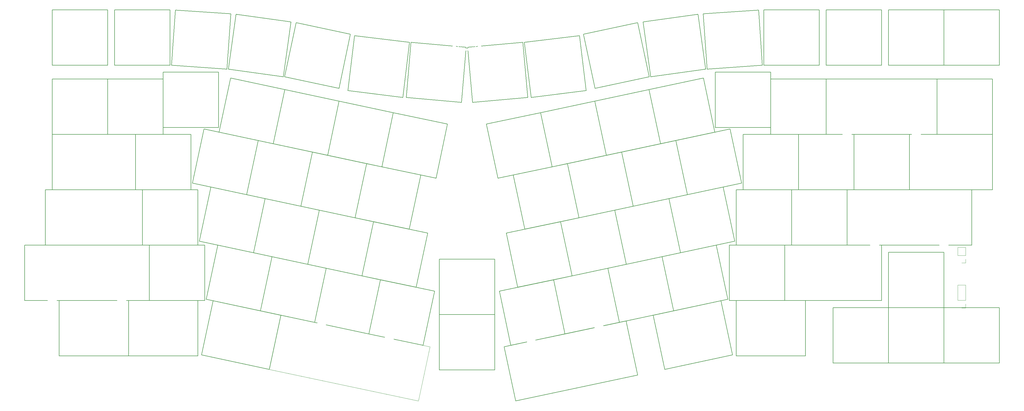
<source format=gbr>
%TF.GenerationSoftware,KiCad,Pcbnew,7.0.10*%
%TF.CreationDate,2024-01-30T23:25:51+01:00*%
%TF.ProjectId,Wonderland,576f6e64-6572-46c6-916e-642e6b696361,rev?*%
%TF.SameCoordinates,Original*%
%TF.FileFunction,Legend,Top*%
%TF.FilePolarity,Positive*%
%FSLAX46Y46*%
G04 Gerber Fmt 4.6, Leading zero omitted, Abs format (unit mm)*
G04 Created by KiCad (PCBNEW 7.0.10) date 2024-01-30 23:25:51*
%MOMM*%
%LPD*%
G01*
G04 APERTURE LIST*
%ADD10C,0.150000*%
%ADD11C,0.100000*%
%ADD12C,0.120000*%
%ADD13C,1.700000*%
%ADD14C,3.000000*%
%ADD15C,4.100000*%
%ADD16C,3.050000*%
%ADD17C,4.000000*%
%ADD18C,3.800000*%
%ADD19C,1.524000*%
%ADD20C,1.900000*%
%ADD21R,1.700000X1.700000*%
%ADD22O,1.700000X1.700000*%
%ADD23C,0.650000*%
%ADD24O,1.108000X2.216000*%
G04 APERTURE END LIST*
D10*
%TO.C,KD1*%
X182957585Y-183757303D02*
X202007585Y-183757303D01*
X182957585Y-202807303D02*
X182957585Y-183757303D01*
X202007585Y-183757303D02*
X202007585Y-202807303D01*
X202007585Y-202807303D02*
X182957585Y-202807303D01*
%TO.C,KB11*%
X379838485Y-143276003D02*
X398888485Y-143276003D01*
X379838485Y-162326003D02*
X379838485Y-143276003D01*
X398888485Y-143276003D02*
X398888485Y-162326003D01*
X398888485Y-162326003D02*
X379838485Y-162326003D01*
%TO.C,KD11*%
X386982285Y-183757303D02*
X406032285Y-183757303D01*
X386982285Y-202807303D02*
X386982285Y-183757303D01*
X406032285Y-183757303D02*
X406032285Y-202807303D01*
X406032285Y-202807303D02*
X386982285Y-202807303D01*
%TO.C,KC12*%
X427463485Y-164707303D02*
X446513485Y-164707303D01*
X427463485Y-183757303D02*
X427463485Y-164707303D01*
X446513485Y-164707303D02*
X446513485Y-183757303D01*
X446513485Y-183757303D02*
X427463485Y-183757303D01*
%TO.C,KC4*%
X241354385Y-170747503D02*
X259988097Y-174708221D01*
X237393667Y-189381215D02*
X241354385Y-170747503D01*
X259988097Y-174708221D02*
X256027379Y-193341933D01*
X256027379Y-193341933D02*
X237393667Y-189381215D01*
%TO.C,KB10*%
X357075585Y-149265303D02*
X375709297Y-145304585D01*
X361036303Y-167899015D02*
X357075585Y-149265303D01*
X375709297Y-145304585D02*
X379670015Y-163938297D01*
X379670015Y-163938297D02*
X361036303Y-167899015D01*
%TO.C,KE3*%
X227483185Y-206750203D02*
X246116897Y-210710921D01*
X223522467Y-225383915D02*
X227483185Y-206750203D01*
X246116897Y-210710921D02*
X242156179Y-229344633D01*
X242156179Y-229344633D02*
X223522467Y-225383915D01*
%TO.C,KB9*%
X338441885Y-153226003D02*
X357075597Y-149265285D01*
X342402603Y-171859715D02*
X338441885Y-153226003D01*
X357075597Y-149265285D02*
X361036315Y-167898997D01*
X361036315Y-167898997D02*
X342402603Y-171859715D01*
%TO.C,KC1*%
X180576285Y-164707303D02*
X199626285Y-164707303D01*
X180576285Y-183757303D02*
X180576285Y-164707303D01*
X199626285Y-164707303D02*
X199626285Y-183757303D01*
X199626285Y-183757303D02*
X180576285Y-183757303D01*
%TO.C,KA2*%
X194311385Y-121891203D02*
X213314980Y-123220064D01*
X192982524Y-140894798D02*
X194311385Y-121891203D01*
X213314980Y-123220064D02*
X211986119Y-142223659D01*
X211986119Y-142223659D02*
X192982524Y-140894798D01*
%TO.C,KF8*%
X439369785Y-224238503D02*
X458419785Y-224238503D01*
X439369785Y-243288503D02*
X439369785Y-224238503D01*
X458419785Y-224238503D02*
X458419785Y-243288503D01*
X458419785Y-243288503D02*
X439369785Y-243288503D01*
%TO.C,KA9*%
X334544585Y-130201903D02*
X353178297Y-126241185D01*
X338505303Y-148835615D02*
X334544585Y-130201903D01*
X353178297Y-126241185D02*
X357139015Y-144874897D01*
X357139015Y-144874897D02*
X338505303Y-148835615D01*
%TO.C,KA12*%
X396507285Y-121844803D02*
X415557285Y-121844803D01*
X396507285Y-140894803D02*
X396507285Y-121844803D01*
X415557285Y-121844803D02*
X415557285Y-140894803D01*
X415557285Y-140894803D02*
X396507285Y-140894803D01*
%TO.C,KE8*%
X324239185Y-214671703D02*
X342872897Y-210710985D01*
X328199903Y-233305415D02*
X324239185Y-214671703D01*
X342872897Y-210710985D02*
X346833615Y-229344697D01*
X346833615Y-229344697D02*
X328199903Y-233305415D01*
%TO.C,KF0*%
X154382585Y-221857303D02*
X178195085Y-221857303D01*
X154382585Y-240907303D02*
X154382585Y-221857303D01*
X154382585Y-240907303D02*
X178195085Y-240907303D01*
X178195085Y-221857303D02*
X178195085Y-240907303D01*
%TO.C,KD13*%
X425082285Y-183757303D02*
X467944785Y-183757303D01*
X425082285Y-202807303D02*
X425082285Y-183757303D01*
X467944785Y-183757303D02*
X467944785Y-202807303D01*
X467944785Y-202807303D02*
X425082285Y-202807303D01*
%TO.C,KC11*%
X408413485Y-164707303D02*
X427463485Y-164707303D01*
X408413485Y-183757303D02*
X408413485Y-164707303D01*
X427463485Y-164707303D02*
X427463485Y-183757303D01*
X427463485Y-183757303D02*
X408413485Y-183757303D01*
%TO.C,KA11*%
X375674785Y-123220103D02*
X394678380Y-121891242D01*
X377003646Y-142223698D02*
X375674785Y-123220103D01*
X394678380Y-121891242D02*
X396007241Y-140894837D01*
X396007241Y-140894837D02*
X377003646Y-142223698D01*
%TO.C,KD9*%
X345254085Y-190729203D02*
X363887797Y-186768485D01*
X349214803Y-209362915D02*
X345254085Y-190729203D01*
X363887797Y-186768485D02*
X367848515Y-205402197D01*
X367848515Y-205402197D02*
X349214803Y-209362915D01*
%TO.C,KA13*%
X417938485Y-121844803D02*
X436988485Y-121844803D01*
X417938485Y-140894803D02*
X417938485Y-121844803D01*
X436988485Y-121844803D02*
X436988485Y-140894803D01*
X436988485Y-140894803D02*
X417938485Y-140894803D01*
%TO.C,KD4*%
X243735685Y-190729203D02*
X262369397Y-194689921D01*
X239774967Y-209362915D02*
X243735685Y-190729203D01*
X262369397Y-194689921D02*
X258408679Y-213323633D01*
X258408679Y-213323633D02*
X239774967Y-209362915D01*
%TO.C,KA3*%
X215137385Y-123359103D02*
X234001992Y-126010351D01*
X212486137Y-142223710D02*
X215137385Y-123359103D01*
X234001992Y-126010351D02*
X231350744Y-144874957D01*
X231350744Y-144874957D02*
X212486137Y-142223710D01*
%TO.C,KF4*%
X307236985Y-237761203D02*
X349162837Y-228849588D01*
X311197703Y-256394915D02*
X307236985Y-237761203D01*
X349162837Y-228849588D02*
X353123554Y-247483300D01*
X353123554Y-247483300D02*
X311197703Y-256394915D01*
%TO.C,KF10*%
X439369785Y-121844803D02*
X458419785Y-121844803D01*
X439369785Y-140894803D02*
X439369785Y-121844803D01*
X458419785Y-121844803D02*
X458419785Y-140894803D01*
X458419785Y-140894803D02*
X439369785Y-140894803D01*
%TO.C,KB2*%
X190101285Y-143276003D02*
X209151285Y-143276003D01*
X190101285Y-162326003D02*
X190101285Y-143276003D01*
X209151285Y-143276003D02*
X209151285Y-162326003D01*
X209151285Y-162326003D02*
X190101285Y-162326003D01*
%TO.C,KA10*%
X354987785Y-126010303D02*
X373852392Y-123359055D01*
X357639033Y-144874910D02*
X354987785Y-126010303D01*
X373852392Y-123359055D02*
X376503639Y-142223662D01*
X376503639Y-142223662D02*
X357639033Y-144874910D01*
%TO.C,KB0*%
X152001285Y-145657303D02*
X171051285Y-145657303D01*
X152001285Y-164707303D02*
X152001285Y-145657303D01*
X171051285Y-145657303D02*
X171051285Y-164707303D01*
X171051285Y-164707303D02*
X152001285Y-164707303D01*
%TO.C,KB6*%
X269181585Y-157186703D02*
X287815297Y-161147421D01*
X265220867Y-175820415D02*
X269181585Y-157186703D01*
X287815297Y-161147421D02*
X283854579Y-179781133D01*
X283854579Y-179781133D02*
X265220867Y-175820415D01*
%TO.C,KA5*%
X255859385Y-130701903D02*
X274767389Y-133023514D01*
X253537774Y-149609907D02*
X255859385Y-130701903D01*
X274767389Y-133023514D02*
X272445778Y-151931518D01*
X272445778Y-151931518D02*
X253537774Y-149609907D01*
%TO.C,KB4*%
X231914185Y-149265303D02*
X250547897Y-153226021D01*
X227953467Y-167899015D02*
X231914185Y-149265303D01*
X250547897Y-153226021D02*
X246587179Y-171859733D01*
X246587179Y-171859733D02*
X227953467Y-167899015D01*
%TO.C,KE6*%
X284969885Y-226619803D02*
X304019885Y-226619803D01*
X284969885Y-245669803D02*
X284969885Y-226619803D01*
X304019885Y-226619803D02*
X304019885Y-245669803D01*
X304019885Y-245669803D02*
X284969885Y-245669803D01*
%TO.C,KC7*%
X329001685Y-174708203D02*
X347635397Y-170747485D01*
X332962403Y-193341915D02*
X329001685Y-174708203D01*
X347635397Y-170747485D02*
X351596115Y-189381197D01*
X351596115Y-189381197D02*
X332962403Y-193341915D01*
%TO.C,KC6*%
X310367985Y-178668903D02*
X329001697Y-174708185D01*
X314328703Y-197302615D02*
X310367985Y-178668903D01*
X329001697Y-174708185D02*
X332962415Y-193341897D01*
X332962415Y-193341897D02*
X314328703Y-197302615D01*
%TO.C,KE11*%
X384600985Y-202807303D02*
X403650985Y-202807303D01*
X384600985Y-221857303D02*
X384600985Y-202807303D01*
X403650985Y-202807303D02*
X403650985Y-221857303D01*
X403650985Y-221857303D02*
X384600985Y-221857303D01*
%TO.C,KA8*%
X314222385Y-133023503D02*
X333130389Y-130701892D01*
X316543996Y-151931507D02*
X314222385Y-133023503D01*
X333130389Y-130701892D02*
X335452000Y-149609896D01*
X335452000Y-149609896D02*
X316543996Y-151931507D01*
%TO.C,KE4*%
X246116885Y-210711003D02*
X264750597Y-214671721D01*
X242156167Y-229344715D02*
X246116885Y-210711003D01*
X264750597Y-214671721D02*
X260789879Y-233305433D01*
X260789879Y-233305433D02*
X242156167Y-229344715D01*
%TO.C,KF11*%
X458419785Y-121844803D02*
X477469785Y-121844803D01*
X458419785Y-140894803D02*
X458419785Y-121844803D01*
X477469785Y-121844803D02*
X477469785Y-140894803D01*
X477469785Y-140894803D02*
X458419785Y-140894803D01*
%TO.C,KC3*%
X222720685Y-166786803D02*
X241354397Y-170747521D01*
X218759967Y-185420515D02*
X222720685Y-166786803D01*
X241354397Y-170747521D02*
X237393679Y-189381233D01*
X237393679Y-189381233D02*
X218759967Y-185420515D01*
%TO.C,KB3*%
X213280485Y-145304603D02*
X231914197Y-149265321D01*
X209319767Y-163938315D02*
X213280485Y-145304603D01*
X231914197Y-149265321D02*
X227953479Y-167899033D01*
X227953479Y-167899033D02*
X209319767Y-163938315D01*
%TO.C,KD7*%
X307986685Y-198650703D02*
X326620397Y-194689985D01*
X311947403Y-217284415D02*
X307986685Y-198650703D01*
X326620397Y-194689985D02*
X330581115Y-213323697D01*
X330581115Y-213323697D02*
X311947403Y-217284415D01*
%TO.C,KD2*%
X206468285Y-182807803D02*
X225101997Y-186768521D01*
X202507567Y-201441515D02*
X206468285Y-182807803D01*
X225101997Y-186768521D02*
X221141279Y-205402233D01*
X221141279Y-205402233D02*
X202507567Y-201441515D01*
%TO.C,KD6*%
X284969885Y-207569803D02*
X304019885Y-207569803D01*
X284969885Y-226619803D02*
X284969885Y-207569803D01*
X304019885Y-207569803D02*
X304019885Y-226619803D01*
X304019885Y-226619803D02*
X284969885Y-226619803D01*
%TO.C,KF7*%
X420319785Y-224238503D02*
X439369785Y-224238503D01*
X420319785Y-243288503D02*
X420319785Y-224238503D01*
X439369785Y-224238503D02*
X439369785Y-243288503D01*
X439369785Y-243288503D02*
X420319785Y-243288503D01*
%TO.C,KC2*%
X204086985Y-162826003D02*
X222720697Y-166786721D01*
X200126267Y-181459715D02*
X204086985Y-162826003D01*
X222720697Y-166786721D02*
X218759979Y-185420433D01*
X218759979Y-185420433D02*
X200126267Y-181459715D01*
%TO.C,KE12*%
X403650985Y-202807303D02*
X436988485Y-202807303D01*
X403650985Y-221857303D02*
X403650985Y-202807303D01*
X436988485Y-202807303D02*
X436988485Y-221857303D01*
X436988485Y-221857303D02*
X403650985Y-221857303D01*
%TO.C,KC13*%
X446513485Y-164707303D02*
X475088485Y-164707303D01*
X446513485Y-183757303D02*
X446513485Y-164707303D01*
X475088485Y-164707303D02*
X475088485Y-183757303D01*
X475088485Y-183757303D02*
X446513485Y-183757303D01*
%TO.C,KE5*%
X264750685Y-214671703D02*
X283384397Y-218632421D01*
X260789967Y-233305415D02*
X264750685Y-214671703D01*
X283384397Y-218632421D02*
X279423679Y-237266133D01*
X279423679Y-237266133D02*
X260789967Y-233305415D01*
%TO.C,KC5*%
X259988185Y-174708203D02*
X278621897Y-178668921D01*
X256027467Y-193341915D02*
X259988185Y-174708203D01*
X278621897Y-178668921D02*
X274661179Y-197302633D01*
X274661179Y-197302633D02*
X256027467Y-193341915D01*
%TO.C,KC8*%
X347635385Y-170747503D02*
X366269097Y-166786785D01*
X351596103Y-189381215D02*
X347635385Y-170747503D01*
X366269097Y-166786785D02*
X370229815Y-185420497D01*
X370229815Y-185420497D02*
X351596103Y-189381215D01*
%TO.C,KA4*%
X235811485Y-126241203D02*
X254445197Y-130201921D01*
X231850767Y-144874915D02*
X235811485Y-126241203D01*
X254445197Y-130201921D02*
X250484479Y-148835633D01*
X250484479Y-148835633D02*
X231850767Y-144874915D01*
%TO.C,KD0*%
X149620085Y-183757303D02*
X182957585Y-183757303D01*
X149620085Y-202807303D02*
X149620085Y-183757303D01*
X182957585Y-183757303D02*
X182957585Y-202807303D01*
X182957585Y-202807303D02*
X149620085Y-202807303D01*
%TO.C,KA6*%
X275267385Y-133023503D02*
X294244894Y-134683820D01*
X273607068Y-152001012D02*
X275267385Y-133023503D01*
X294244894Y-134683820D02*
X292584577Y-153661329D01*
X292584577Y-153661329D02*
X273607068Y-152001012D01*
%TO.C,KD12*%
X406032285Y-183757303D02*
X425082285Y-183757303D01*
X406032285Y-202807303D02*
X406032285Y-183757303D01*
X425082285Y-183757303D02*
X425082285Y-202807303D01*
X425082285Y-202807303D02*
X406032285Y-202807303D01*
%TO.C,KB12*%
X398888485Y-145657303D02*
X417938485Y-145657303D01*
X398888485Y-164707303D02*
X398888485Y-145657303D01*
X417938485Y-145657303D02*
X417938485Y-164707303D01*
X417938485Y-164707303D02*
X398888485Y-164707303D01*
%TO.C,KF2*%
X207217985Y-221918303D02*
X230510125Y-226869200D01*
X203257267Y-240552015D02*
X207217985Y-221918303D01*
X203257267Y-240552015D02*
X226549407Y-245502912D01*
X230510125Y-226869200D02*
X226549407Y-245502912D01*
%TO.C,KA0*%
X152001285Y-121844803D02*
X171051285Y-121844803D01*
X152001285Y-140894803D02*
X152001285Y-121844803D01*
X171051285Y-121844803D02*
X171051285Y-140894803D01*
X171051285Y-140894803D02*
X152001285Y-140894803D01*
%TO.C,KF12*%
X456038485Y-145657303D02*
X475088485Y-145657303D01*
X456038485Y-164707303D02*
X456038485Y-145657303D01*
X475088485Y-145657303D02*
X475088485Y-164707303D01*
X475088485Y-164707303D02*
X456038485Y-164707303D01*
%TO.C,KB7*%
X301174485Y-161147503D02*
X319808197Y-157186785D01*
X305135203Y-179781215D02*
X301174485Y-161147503D01*
X319808197Y-157186785D02*
X323768915Y-175820497D01*
X323768915Y-175820497D02*
X305135203Y-179781215D01*
%TO.C,KE0*%
X142476285Y-202807303D02*
X185338785Y-202807303D01*
X142476285Y-221857303D02*
X142476285Y-202807303D01*
X185338785Y-202807303D02*
X185338785Y-221857303D01*
X185338785Y-221857303D02*
X142476285Y-221857303D01*
%TO.C,KB8*%
X319808185Y-157186703D02*
X338441897Y-153225985D01*
X323768903Y-175820415D02*
X319808185Y-157186703D01*
X338441897Y-153225985D02*
X342402615Y-171859697D01*
X342402615Y-171859697D02*
X323768903Y-175820415D01*
%TO.C,KC9*%
X366269085Y-166786803D02*
X384902797Y-162826085D01*
X370229803Y-185420515D02*
X366269085Y-166786803D01*
X384902797Y-162826085D02*
X388863515Y-181459797D01*
X388863515Y-181459797D02*
X370229803Y-185420515D01*
%TO.C,KB13*%
X417938485Y-145657303D02*
X456038485Y-145657303D01*
X417938485Y-164707303D02*
X417938485Y-145657303D01*
X456038485Y-145657303D02*
X456038485Y-164707303D01*
X456038485Y-164707303D02*
X417938485Y-164707303D01*
%TO.C,KB5*%
X250547885Y-153226003D02*
X269181597Y-157186721D01*
X246587167Y-171859715D02*
X250547885Y-153226003D01*
X269181597Y-157186721D02*
X265220879Y-175820433D01*
X265220879Y-175820433D02*
X246587167Y-171859715D01*
%TO.C,KE1*%
X185338785Y-202807303D02*
X204388785Y-202807303D01*
X185338785Y-221857303D02*
X185338785Y-202807303D01*
X204388785Y-202807303D02*
X204388785Y-221857303D01*
X204388785Y-221857303D02*
X185338785Y-221857303D01*
%TO.C,KC0*%
X152001285Y-164707303D02*
X180576285Y-164707303D01*
X152001285Y-183757303D02*
X152001285Y-164707303D01*
X180576285Y-164707303D02*
X180576285Y-183757303D01*
X180576285Y-183757303D02*
X152001285Y-183757303D01*
%TO.C,KA7*%
X294744885Y-134683803D02*
X313722394Y-133023486D01*
X296405202Y-153661312D02*
X294744885Y-134683803D01*
X313722394Y-133023486D02*
X315382711Y-152000995D01*
X315382711Y-152000995D02*
X296405202Y-153661312D01*
D11*
%TO.C,KF3*%
X230510185Y-226869203D02*
X281752892Y-237761177D01*
X226549467Y-245502915D02*
X230510185Y-226869203D01*
X281752892Y-237761177D02*
X277792175Y-256394888D01*
X277792175Y-256394888D02*
X226549467Y-245502915D01*
D10*
%TO.C,KF9*%
X458419785Y-224238503D02*
X477469785Y-224238503D01*
X458419785Y-243288503D02*
X458419785Y-224238503D01*
X477469785Y-224238503D02*
X477469785Y-243288503D01*
X477469785Y-243288503D02*
X458419785Y-243288503D01*
%TO.C,KD3*%
X225101985Y-186768503D02*
X243735697Y-190729221D01*
X221141267Y-205402215D02*
X225101985Y-186768503D01*
X243735697Y-190729221D02*
X239774979Y-209362933D01*
X239774979Y-209362933D02*
X221141267Y-205402215D01*
%TO.C,KE2*%
X208849485Y-202789503D02*
X227483197Y-206750221D01*
X204888767Y-221423215D02*
X208849485Y-202789503D01*
X227483197Y-206750221D02*
X223522479Y-225383933D01*
X223522479Y-225383933D02*
X204888767Y-221423215D01*
%TO.C,KF5*%
X358479685Y-226869203D02*
X381771825Y-221918306D01*
X362440403Y-245502915D02*
X358479685Y-226869203D01*
X362440403Y-245502915D02*
X385732542Y-240552018D01*
X381771825Y-221918306D02*
X385732542Y-240552018D01*
%TO.C,KD8*%
X326620385Y-194689903D02*
X345254097Y-190729185D01*
X330581103Y-213323615D02*
X326620385Y-194689903D01*
X345254097Y-190729185D02*
X349214815Y-209362897D01*
X349214815Y-209362897D02*
X330581103Y-213323615D01*
%TO.C,KD5*%
X262369385Y-194689903D02*
X281003097Y-198650621D01*
X258408667Y-213323615D02*
X262369385Y-194689903D01*
X281003097Y-198650621D02*
X277042379Y-217284333D01*
X277042379Y-217284333D02*
X258408667Y-213323615D01*
%TO.C,KC10*%
X389363485Y-164707303D02*
X408413485Y-164707303D01*
X389363485Y-183757303D02*
X389363485Y-164707303D01*
X408413485Y-164707303D02*
X408413485Y-183757303D01*
X408413485Y-183757303D02*
X389363485Y-183757303D01*
%TO.C,KA1*%
X173432585Y-121844803D02*
X192482585Y-121844803D01*
X173432585Y-140894803D02*
X173432585Y-121844803D01*
X192482585Y-121844803D02*
X192482585Y-140894803D01*
X192482585Y-140894803D02*
X173432585Y-140894803D01*
%TO.C,KE9*%
X342872885Y-210711003D02*
X361506597Y-206750285D01*
X346833603Y-229344715D02*
X342872885Y-210711003D01*
X361506597Y-206750285D02*
X365467315Y-225383997D01*
X365467315Y-225383997D02*
X346833603Y-229344715D01*
%TO.C,KE10*%
X361506585Y-206750203D02*
X380140297Y-202789485D01*
X365467303Y-225383915D02*
X361506585Y-206750203D01*
X380140297Y-202789485D02*
X384101015Y-221423197D01*
X384101015Y-221423197D02*
X365467303Y-225383915D01*
D12*
%TO.C,J1*%
X465799785Y-224352903D02*
X464469785Y-224352903D01*
X465799785Y-223022903D02*
X465799785Y-224352903D01*
X465799785Y-221752903D02*
X465799785Y-216522903D01*
X465799785Y-221752903D02*
X463139785Y-221752903D01*
X465799785Y-216522903D02*
X463139785Y-216522903D01*
X463139785Y-221752903D02*
X463139785Y-216522903D01*
D10*
%TO.C,KF6*%
X386982285Y-221857303D02*
X410794785Y-221857303D01*
X386982285Y-240907303D02*
X386982285Y-221857303D01*
X386982285Y-240907303D02*
X410794785Y-240907303D01*
X410794785Y-221857303D02*
X410794785Y-240907303D01*
%TO.C,KB1*%
X171051285Y-145657303D02*
X190101285Y-145657303D01*
X171051285Y-164707303D02*
X171051285Y-145657303D01*
X190101285Y-145657303D02*
X190101285Y-164707303D01*
X190101285Y-164707303D02*
X171051285Y-164707303D01*
%TO.C,KD10*%
X363887785Y-186768503D02*
X382521497Y-182807785D01*
X367848503Y-205402215D02*
X363887785Y-186768503D01*
X382521497Y-182807785D02*
X386482215Y-201441497D01*
X386482215Y-201441497D02*
X367848503Y-205402215D01*
%TO.C,KF1*%
X178195085Y-221857303D02*
X202007585Y-221857303D01*
X178195085Y-240907303D02*
X178195085Y-221857303D01*
X178195085Y-240907303D02*
X202007585Y-240907303D01*
X202007585Y-221857303D02*
X202007585Y-240907303D01*
D12*
%TO.C,J2*%
X465799785Y-208892903D02*
X464469785Y-208892903D01*
X465799785Y-207562903D02*
X465799785Y-208892903D01*
X465799785Y-206292903D02*
X465799785Y-203562903D01*
X465799785Y-206292903D02*
X463139785Y-206292903D01*
X465799785Y-203562903D02*
X463139785Y-203562903D01*
X463139785Y-206292903D02*
X463139785Y-203562903D01*
D10*
%TO.C,KE13*%
X439369785Y-205188503D02*
X458419785Y-205188503D01*
X439369785Y-224238503D02*
X439369785Y-205188503D01*
X458419785Y-205188503D02*
X458419785Y-224238503D01*
X458419785Y-224238503D02*
X439369785Y-224238503D01*
%TO.C,KE7*%
X305605485Y-218632403D02*
X324239197Y-214671685D01*
X309566203Y-237266115D02*
X305605485Y-218632403D01*
X324239197Y-214671685D02*
X328199915Y-233305397D01*
X328199915Y-233305397D02*
X309566203Y-237266115D01*
%TD*%
%LPC*%
D13*
%TO.C,KD1*%
X187402585Y-193282303D03*
D14*
X188672585Y-190742303D03*
D15*
X192482585Y-193282303D03*
D14*
X195022585Y-188202303D03*
D13*
X197562585Y-193282303D03*
%TD*%
%TO.C,KB11*%
X384283485Y-152801003D03*
D14*
X385553485Y-150261003D03*
D15*
X389363485Y-152801003D03*
D14*
X391903485Y-147721003D03*
D13*
X394443485Y-152801003D03*
%TD*%
%TO.C,KD11*%
X391427285Y-193282303D03*
D14*
X392697285Y-190742303D03*
D15*
X396507285Y-193282303D03*
D14*
X399047285Y-188202303D03*
D13*
X401587285Y-193282303D03*
%TD*%
%TO.C,KC12*%
X431908485Y-174232303D03*
D14*
X433178485Y-171692303D03*
D15*
X436988485Y-174232303D03*
D14*
X439528485Y-169152303D03*
D13*
X442068485Y-174232303D03*
%TD*%
%TO.C,KC4*%
X243721892Y-180988526D03*
D14*
X245492235Y-178768079D03*
D15*
X248690882Y-182044718D03*
D14*
X252231568Y-177603824D03*
D13*
X253659872Y-183100909D03*
%TD*%
%TO.C,KB10*%
X363403810Y-157657991D03*
D14*
X364117962Y-154909449D03*
D15*
X368372800Y-156601800D03*
D14*
X369801103Y-151104715D03*
D13*
X373341790Y-155545609D03*
%TD*%
%TO.C,KE3*%
X229850692Y-216991226D03*
D14*
X231621035Y-214770779D03*
D15*
X234819682Y-218047418D03*
D14*
X238360368Y-213606524D03*
D13*
X239788672Y-219103609D03*
%TD*%
%TO.C,KB9*%
X344770110Y-161618691D03*
D14*
X345484262Y-158870149D03*
D15*
X349739100Y-160562500D03*
D14*
X351167403Y-155065415D03*
D13*
X354708090Y-159506309D03*
%TD*%
%TO.C,KC1*%
X185021285Y-174232303D03*
D14*
X186291285Y-171692303D03*
D15*
X190101285Y-174232303D03*
D14*
X192641285Y-169152303D03*
D13*
X195181285Y-174232303D03*
%TD*%
%TO.C,KA2*%
X198081127Y-131703068D03*
D14*
X199525215Y-129257846D03*
D15*
X203148752Y-132057431D03*
D14*
X206036928Y-127166987D03*
D13*
X208216378Y-132411794D03*
%TD*%
%TO.C,KF8*%
X443814785Y-233763503D03*
D14*
X445084785Y-231223503D03*
D15*
X448894785Y-233763503D03*
D14*
X451434785Y-228683503D03*
D13*
X453974785Y-233763503D03*
%TD*%
%TO.C,KA9*%
X340872810Y-138594591D03*
D14*
X341586962Y-135846049D03*
D15*
X345841800Y-137538400D03*
D14*
X347270103Y-132041315D03*
D13*
X350810790Y-136482209D03*
%TD*%
%TO.C,KA12*%
X400952285Y-131369803D03*
D14*
X402222285Y-128829803D03*
D15*
X406032285Y-131369803D03*
D14*
X408572285Y-126289803D03*
D13*
X411112285Y-131369803D03*
%TD*%
%TO.C,KE8*%
X330567410Y-223064391D03*
D14*
X331281562Y-220315849D03*
D15*
X335536400Y-222008200D03*
D14*
X336964703Y-216511115D03*
D13*
X340505390Y-220952009D03*
%TD*%
%TO.C,KF0*%
X161208835Y-231382303D03*
D14*
X162478835Y-228842303D03*
D15*
X166288835Y-231382303D03*
D14*
X168828835Y-226302303D03*
D13*
X171368835Y-231382303D03*
%TD*%
D16*
%TO.C,KD13*%
X434613535Y-186282303D03*
D17*
X434613535Y-201522303D03*
D13*
X441433535Y-193282303D03*
D14*
X442703535Y-190742303D03*
D15*
X446513535Y-193282303D03*
D14*
X449053535Y-188202303D03*
D13*
X451593535Y-193282303D03*
D16*
X458413535Y-186282303D03*
D17*
X458413535Y-201522303D03*
%TD*%
D13*
%TO.C,KC11*%
X412858485Y-174232303D03*
D14*
X414128485Y-171692303D03*
D15*
X417938485Y-174232303D03*
D14*
X420478485Y-169152303D03*
D13*
X423018485Y-174232303D03*
%TD*%
D18*
%TO.C,MountTopMiddle6*%
X470866285Y-186384803D03*
%TD*%
D19*
%TO.C,RSW2*%
X144730000Y-133340000D03*
X144730000Y-128340000D03*
D20*
X147230000Y-134340000D03*
X147230000Y-127340000D03*
%TD*%
D13*
%TO.C,KA11*%
X380773388Y-132411833D03*
D14*
X381863113Y-129789430D03*
D15*
X385841013Y-132057470D03*
D14*
X388020463Y-126812663D03*
D13*
X390908638Y-131703107D03*
%TD*%
%TO.C,KD9*%
X351582310Y-199121891D03*
D14*
X352296462Y-196373349D03*
D15*
X356551300Y-198065700D03*
D14*
X357979603Y-192568615D03*
D13*
X361520290Y-197009509D03*
%TD*%
%TO.C,KA13*%
X422383485Y-131369803D03*
D14*
X423653485Y-128829803D03*
D15*
X427463485Y-131369803D03*
D14*
X430003485Y-126289803D03*
D13*
X432543485Y-131369803D03*
%TD*%
%TO.C,KD4*%
X246103192Y-200970226D03*
D14*
X247873535Y-198749779D03*
D15*
X251072182Y-202026418D03*
D14*
X254612868Y-197585524D03*
D13*
X256041172Y-203082609D03*
%TD*%
%TO.C,KA3*%
X218213503Y-133410031D03*
D14*
X219824643Y-131071500D03*
D15*
X223244065Y-134117030D03*
D14*
X226466345Y-129439968D03*
D13*
X228274626Y-134824029D03*
%TD*%
D17*
%TO.C,KF4*%
X316827121Y-237036464D03*
D16*
X319995695Y-251943434D03*
D13*
X325211280Y-243678443D03*
D14*
X325925432Y-240929900D03*
D15*
X330180270Y-242622251D03*
D14*
X331608573Y-237125166D03*
D13*
X335149259Y-241566060D03*
D17*
X340107034Y-232088166D03*
D16*
X343275608Y-246995136D03*
%TD*%
D13*
%TO.C,KF10*%
X443814785Y-131369803D03*
D14*
X445084785Y-128829803D03*
D15*
X448894785Y-131369803D03*
D14*
X451434785Y-126289803D03*
D13*
X453974785Y-131369803D03*
%TD*%
%TO.C,KB2*%
X194546285Y-152801003D03*
D14*
X195816285Y-150261003D03*
D15*
X199626285Y-152801003D03*
D14*
X202166285Y-147721003D03*
D13*
X204706285Y-152801003D03*
%TD*%
%TO.C,KA10*%
X360715150Y-134823982D03*
D14*
X361619291Y-132131951D03*
D15*
X365745712Y-134116983D03*
D14*
X367553994Y-128732921D03*
D13*
X370776274Y-133409983D03*
%TD*%
%TO.C,KB0*%
X156446285Y-155182303D03*
D14*
X157716285Y-152642303D03*
D15*
X161526285Y-155182303D03*
D14*
X164066285Y-150102303D03*
D13*
X166606285Y-155182303D03*
%TD*%
%TO.C,KB6*%
X271549092Y-167427726D03*
D14*
X273319435Y-165207279D03*
D15*
X276518082Y-168483918D03*
D14*
X280058768Y-164043024D03*
D13*
X281487072Y-169540109D03*
%TD*%
D18*
%TO.C,MountTopMiddle4*%
X384676285Y-224324803D03*
%TD*%
D13*
%TO.C,KA5*%
X259110447Y-140697614D03*
D14*
X260680529Y-138331321D03*
D15*
X264152582Y-141316711D03*
D14*
X267292745Y-136584124D03*
D13*
X269194716Y-141935807D03*
%TD*%
%TO.C,KB4*%
X234281692Y-159506326D03*
D14*
X236052035Y-157285879D03*
D15*
X239250682Y-160562518D03*
D14*
X242791368Y-156121624D03*
D13*
X244219672Y-161618709D03*
%TD*%
%TO.C,KE6*%
X289414885Y-236144803D03*
D14*
X290684885Y-233604803D03*
D15*
X294494885Y-236144803D03*
D14*
X297034885Y-231064803D03*
D13*
X299574885Y-236144803D03*
%TD*%
%TO.C,KC7*%
X335329910Y-183100891D03*
D14*
X336044062Y-180352349D03*
D15*
X340298900Y-182044700D03*
D14*
X341727203Y-176547615D03*
D13*
X345267890Y-180988509D03*
%TD*%
%TO.C,KC6*%
X316696210Y-187061591D03*
D14*
X317410362Y-184313049D03*
D15*
X321665200Y-186005400D03*
D14*
X323093503Y-180508315D03*
D13*
X326634190Y-184949209D03*
%TD*%
%TO.C,KE11*%
X389045985Y-212332303D03*
D14*
X390315985Y-209792303D03*
D15*
X394125985Y-212332303D03*
D14*
X396665985Y-207252303D03*
D13*
X399205985Y-212332303D03*
%TD*%
%TO.C,KA8*%
X319795058Y-141935796D03*
D14*
X320746044Y-139259955D03*
D15*
X324837193Y-141316700D03*
D14*
X326739164Y-135965017D03*
D13*
X329879327Y-140697603D03*
%TD*%
%TO.C,KE4*%
X248484392Y-220952026D03*
D14*
X250254735Y-218731579D03*
D15*
X253453382Y-222008218D03*
D14*
X256994068Y-217567324D03*
D13*
X258422372Y-223064409D03*
%TD*%
%TO.C,KF11*%
X462864785Y-131369803D03*
D14*
X464134785Y-128829803D03*
D15*
X467944785Y-131369803D03*
D14*
X470484785Y-126289803D03*
D13*
X473024785Y-131369803D03*
%TD*%
%TO.C,KC3*%
X225088192Y-177027826D03*
D14*
X226858535Y-174807379D03*
D15*
X230057182Y-178084018D03*
D14*
X233597868Y-173643124D03*
D13*
X235026172Y-179140209D03*
%TD*%
%TO.C,KB3*%
X215647992Y-155545626D03*
D14*
X217418335Y-153325179D03*
D15*
X220616982Y-156601818D03*
D14*
X224157668Y-152160924D03*
D13*
X225585972Y-157658009D03*
%TD*%
%TO.C,KD7*%
X314314910Y-207043391D03*
D14*
X315029062Y-204294849D03*
D15*
X319283900Y-205987200D03*
D14*
X320712203Y-200490115D03*
D13*
X324252890Y-204931009D03*
%TD*%
D18*
%TO.C,MountTopMiddle1*%
X172256285Y-143174803D03*
%TD*%
D19*
%TO.C,RSW1*%
X144730000Y-143340003D03*
X144730000Y-138340003D03*
D20*
X147230000Y-144340003D03*
X147230000Y-137340003D03*
%TD*%
D13*
%TO.C,KD2*%
X208835792Y-193048826D03*
D14*
X210606135Y-190828379D03*
D15*
X213804782Y-194105018D03*
D14*
X217345468Y-189664124D03*
D13*
X218773772Y-195161209D03*
%TD*%
%TO.C,KD6*%
X289414885Y-217094803D03*
D14*
X290684885Y-214554803D03*
D15*
X294494885Y-217094803D03*
D14*
X297034885Y-212014803D03*
D13*
X299574885Y-217094803D03*
%TD*%
%TO.C,KF7*%
X424764785Y-233763503D03*
D14*
X426034785Y-231223503D03*
D15*
X429844785Y-233763503D03*
D14*
X432384785Y-228683503D03*
D13*
X434924785Y-233763503D03*
%TD*%
%TO.C,KC2*%
X206454492Y-173067026D03*
D14*
X208224835Y-170846579D03*
D15*
X211423482Y-174123218D03*
D14*
X214964168Y-169682324D03*
D13*
X216392472Y-175179409D03*
%TD*%
D18*
%TO.C,MountTopMiddle3*%
X294475000Y-181015000D03*
%TD*%
D13*
%TO.C,KE12*%
X415239735Y-212332303D03*
D14*
X416509735Y-209792303D03*
D15*
X420319735Y-212332303D03*
D14*
X422859735Y-207252303D03*
D13*
X425399735Y-212332303D03*
%TD*%
%TO.C,KC13*%
X455720985Y-174232303D03*
D14*
X456990985Y-171692303D03*
D15*
X460800985Y-174232303D03*
D14*
X463340985Y-169152303D03*
D13*
X465880985Y-174232303D03*
%TD*%
%TO.C,KE5*%
X267118192Y-224912726D03*
D14*
X268888535Y-222692279D03*
D15*
X272087182Y-225968918D03*
D14*
X275627868Y-221528024D03*
D13*
X277056172Y-227025109D03*
%TD*%
%TO.C,KC5*%
X262355692Y-184949226D03*
D14*
X264126035Y-182728779D03*
D15*
X267324682Y-186005418D03*
D14*
X270865368Y-181564524D03*
D13*
X272293672Y-187061609D03*
%TD*%
%TO.C,KC8*%
X353963610Y-179140191D03*
D14*
X354677762Y-176391649D03*
D15*
X358932600Y-178084000D03*
D14*
X360360903Y-172586915D03*
D13*
X363901590Y-177027809D03*
%TD*%
%TO.C,KA4*%
X238178992Y-136482226D03*
D14*
X239949335Y-134261779D03*
D15*
X243147982Y-137538418D03*
D14*
X246688668Y-133097524D03*
D13*
X248116972Y-138594609D03*
%TD*%
%TO.C,KD0*%
X161208835Y-193282303D03*
D14*
X162478835Y-190742303D03*
D15*
X166288835Y-193282303D03*
D14*
X168828835Y-188202303D03*
D13*
X171368835Y-193282303D03*
%TD*%
%TO.C,KA6*%
X278865312Y-142899665D03*
D14*
X280351855Y-140480018D03*
D15*
X283925981Y-143342416D03*
D14*
X286899067Y-138503122D03*
D13*
X288986650Y-143785167D03*
%TD*%
%TO.C,KD12*%
X410477285Y-193282303D03*
D14*
X411747285Y-190742303D03*
D15*
X415557285Y-193282303D03*
D14*
X418097285Y-188202303D03*
D13*
X420637285Y-193282303D03*
%TD*%
%TO.C,KB12*%
X403333485Y-155182303D03*
D14*
X404603485Y-152642303D03*
D15*
X408413485Y-155182303D03*
D14*
X410953485Y-150102303D03*
D13*
X413493485Y-155182303D03*
%TD*%
%TO.C,KF2*%
X211914706Y-232654416D03*
D14*
X213685049Y-230433969D03*
D15*
X216883696Y-233710607D03*
D14*
X220424382Y-229269713D03*
D13*
X221852686Y-234766799D03*
%TD*%
D19*
%TO.C,J3*%
X145455004Y-186690001D03*
X145455004Y-184190001D03*
X145455004Y-181690001D03*
%TD*%
D13*
%TO.C,KA0*%
X156446285Y-131369803D03*
D14*
X157716285Y-128829803D03*
D15*
X161526285Y-131369803D03*
D14*
X164066285Y-126289803D03*
D13*
X166606285Y-131369803D03*
%TD*%
%TO.C,KF12*%
X460483485Y-155182303D03*
D14*
X461753485Y-152642303D03*
D15*
X465563485Y-155182303D03*
D14*
X468103485Y-150102303D03*
D13*
X470643485Y-155182303D03*
%TD*%
%TO.C,KB7*%
X307502710Y-169540191D03*
D14*
X308216862Y-166791649D03*
D15*
X312471700Y-168484000D03*
D14*
X313900003Y-162986915D03*
D13*
X317440690Y-167427809D03*
%TD*%
D16*
%TO.C,KE0*%
X152007535Y-205332303D03*
D17*
X152007535Y-220572303D03*
D13*
X158827535Y-212332303D03*
D14*
X160097535Y-209792303D03*
D15*
X163907535Y-212332303D03*
D14*
X166447535Y-207252303D03*
D13*
X168987535Y-212332303D03*
D16*
X175807535Y-205332303D03*
D17*
X175807535Y-220572303D03*
%TD*%
D13*
%TO.C,KB8*%
X326136410Y-165579391D03*
D14*
X326850562Y-162830849D03*
D15*
X331105400Y-164523200D03*
D14*
X332533703Y-159026115D03*
D13*
X336074390Y-163467009D03*
%TD*%
%TO.C,KC9*%
X372597310Y-175179491D03*
D14*
X373311462Y-172430949D03*
D15*
X377566300Y-174123300D03*
D14*
X378994603Y-168626215D03*
D13*
X382535290Y-173067109D03*
%TD*%
D16*
%TO.C,KB13*%
X425088485Y-148182303D03*
D17*
X425088485Y-163422303D03*
D13*
X431908485Y-155182303D03*
D14*
X433178485Y-152642303D03*
D15*
X436988485Y-155182303D03*
D14*
X439528485Y-150102303D03*
D13*
X442068485Y-155182303D03*
D16*
X448888485Y-148182303D03*
D17*
X448888485Y-163422303D03*
%TD*%
D13*
%TO.C,KB5*%
X252915392Y-163467026D03*
D14*
X254685735Y-161246579D03*
D15*
X257884382Y-164523218D03*
D14*
X261425068Y-160082324D03*
D13*
X262853372Y-165579409D03*
%TD*%
%TO.C,KE1*%
X189783785Y-212332303D03*
D14*
X191053785Y-209792303D03*
D15*
X194863785Y-212332303D03*
D14*
X197403785Y-207252303D03*
D13*
X199943785Y-212332303D03*
%TD*%
%TO.C,KC0*%
X161208785Y-174232303D03*
D14*
X162478785Y-171692303D03*
D15*
X166288785Y-174232303D03*
D14*
X168828785Y-169152303D03*
D13*
X171368785Y-174232303D03*
%TD*%
%TO.C,KA7*%
X300003129Y-143785150D03*
D14*
X301046921Y-141144128D03*
D15*
X305063798Y-143342399D03*
D14*
X307151381Y-138060354D03*
D13*
X310124467Y-142899648D03*
%TD*%
D17*
%TO.C,KF3*%
X244223480Y-231102362D03*
D16*
X241054906Y-246009331D03*
D13*
X249182190Y-240575854D03*
D14*
X250952533Y-238355407D03*
D15*
X254151180Y-241632046D03*
D14*
X257691866Y-237191152D03*
D13*
X259120170Y-242688237D03*
D17*
X267503393Y-236050660D03*
D16*
X264334819Y-250957630D03*
%TD*%
D18*
%TO.C,MountTopMiddle5*%
X416676285Y-143254803D03*
%TD*%
D13*
%TO.C,KF9*%
X462864785Y-233763503D03*
D14*
X464134785Y-231223503D03*
D15*
X467944785Y-233763503D03*
D14*
X470484785Y-228683503D03*
D13*
X473024785Y-233763503D03*
%TD*%
%TO.C,KD3*%
X227469492Y-197009526D03*
D14*
X229239835Y-194789079D03*
D15*
X232438482Y-198065718D03*
D14*
X235979168Y-193624824D03*
D13*
X237407472Y-199121909D03*
%TD*%
%TO.C,KE2*%
X211216992Y-213030526D03*
D14*
X212987335Y-210810079D03*
D15*
X216185982Y-214086718D03*
D14*
X219726668Y-209645824D03*
D13*
X221154972Y-215142909D03*
%TD*%
%TO.C,KF5*%
X367137124Y-234766802D03*
D14*
X367851276Y-232018259D03*
D15*
X372106114Y-233710610D03*
D14*
X373534417Y-228213525D03*
D13*
X377075104Y-232654419D03*
%TD*%
%TO.C,KD8*%
X332948610Y-203082591D03*
D14*
X333662762Y-200334049D03*
D15*
X337917600Y-202026400D03*
D14*
X339345903Y-196529315D03*
D13*
X342886590Y-200970209D03*
%TD*%
%TO.C,KD5*%
X264736892Y-204930926D03*
D14*
X266507235Y-202710479D03*
D15*
X269705882Y-205987118D03*
D14*
X273246568Y-201546224D03*
D13*
X274674872Y-207043309D03*
%TD*%
%TO.C,KC10*%
X393808485Y-174232303D03*
D14*
X395078485Y-171692303D03*
D15*
X398888485Y-174232303D03*
D14*
X401428485Y-169152303D03*
D13*
X403968485Y-174232303D03*
%TD*%
%TO.C,KA1*%
X177877585Y-131369803D03*
D14*
X179147585Y-128829803D03*
D15*
X182957585Y-131369803D03*
D14*
X185497585Y-126289803D03*
D13*
X188037585Y-131369803D03*
%TD*%
D18*
%TO.C,MountTopMiddle2*%
X204266285Y-224354803D03*
%TD*%
D13*
%TO.C,KE9*%
X349201110Y-219103691D03*
D14*
X349915262Y-216355149D03*
D15*
X354170100Y-218047500D03*
D14*
X355598403Y-212550415D03*
D13*
X359139090Y-216991309D03*
%TD*%
%TO.C,KE10*%
X367834810Y-215142891D03*
D14*
X368548962Y-212394349D03*
D15*
X372803800Y-214086700D03*
D14*
X374232103Y-208589615D03*
D13*
X377772790Y-213030509D03*
%TD*%
D21*
%TO.C,J1*%
X464469785Y-223022903D03*
D22*
X464469785Y-220482903D03*
X464469785Y-217942903D03*
%TD*%
D13*
%TO.C,KF6*%
X393808535Y-231382303D03*
D14*
X395078535Y-228842303D03*
D15*
X398888535Y-231382303D03*
D14*
X401428535Y-226302303D03*
D13*
X403968535Y-231382303D03*
%TD*%
%TO.C,KB1*%
X175496285Y-155182303D03*
D14*
X176766285Y-152642303D03*
D15*
X180576285Y-155182303D03*
D14*
X183116285Y-150102303D03*
D13*
X185656285Y-155182303D03*
%TD*%
%TO.C,KD10*%
X370216010Y-195161191D03*
D14*
X370930162Y-192412649D03*
D15*
X375185000Y-194105000D03*
D14*
X376613303Y-188607915D03*
D13*
X380153990Y-193048809D03*
%TD*%
%TO.C,KF1*%
X185021335Y-231382303D03*
D14*
X186291335Y-228842303D03*
D15*
X190101335Y-231382303D03*
D14*
X192641335Y-226302303D03*
D13*
X195181335Y-231382303D03*
%TD*%
D21*
%TO.C,J2*%
X464469785Y-207562903D03*
D22*
X464469785Y-205022903D03*
%TD*%
D13*
%TO.C,KE13*%
X443814785Y-214713503D03*
D14*
X445084785Y-212173503D03*
D15*
X448894785Y-214713503D03*
D14*
X451434785Y-209633503D03*
D13*
X453974785Y-214713503D03*
%TD*%
%TO.C,KE7*%
X311933710Y-227025091D03*
D14*
X312647862Y-224276549D03*
D15*
X316902700Y-225968900D03*
D14*
X318331003Y-220471815D03*
D13*
X321871690Y-224912709D03*
%TD*%
D23*
%TO.C,JUSB1*%
X291501285Y-135569803D03*
X292351285Y-135569803D03*
X293201285Y-135569803D03*
X294051285Y-135569803D03*
X294901285Y-135569803D03*
X295751285Y-135569803D03*
X296601285Y-135569803D03*
X297451285Y-135569803D03*
X297451285Y-134219803D03*
X296601285Y-134219803D03*
X295751285Y-134219803D03*
X294901285Y-134219803D03*
X294051285Y-134219803D03*
X293201285Y-134219803D03*
X292351285Y-134219803D03*
X291501285Y-134219803D03*
D24*
X290151285Y-134589803D03*
X298801285Y-134589803D03*
X298801285Y-131209803D03*
X290151285Y-131209803D03*
%TD*%
%LPD*%
M02*

</source>
